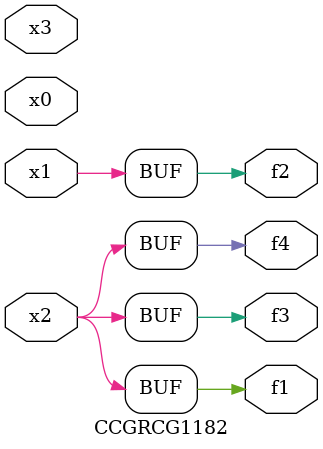
<source format=v>
module CCGRCG1182(
	input x0, x1, x2, x3,
	output f1, f2, f3, f4
);
	assign f1 = x2;
	assign f2 = x1;
	assign f3 = x2;
	assign f4 = x2;
endmodule

</source>
